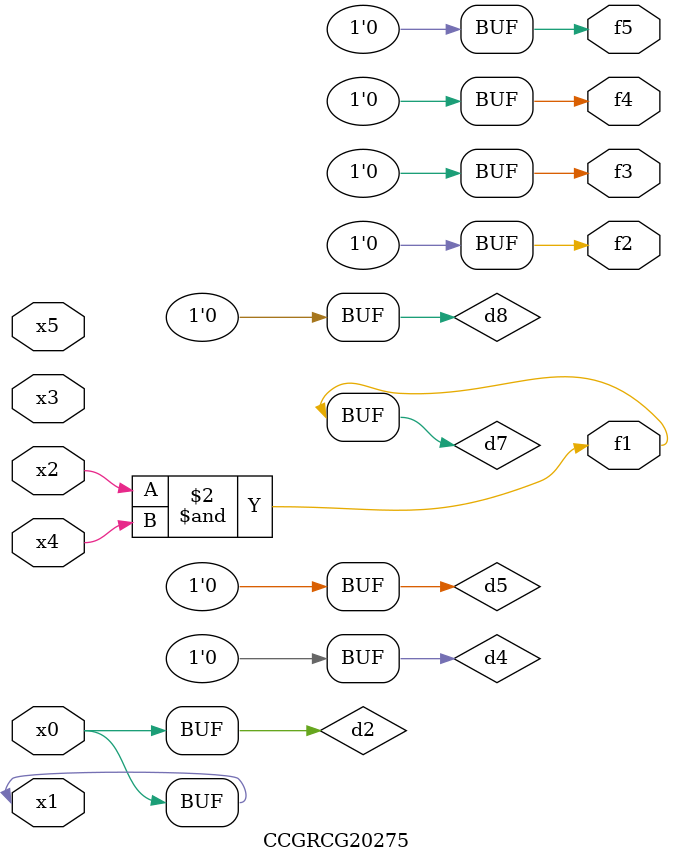
<source format=v>
module CCGRCG20275(
	input x0, x1, x2, x3, x4, x5,
	output f1, f2, f3, f4, f5
);

	wire d1, d2, d3, d4, d5, d6, d7, d8, d9;

	nand (d1, x1);
	buf (d2, x0, x1);
	nand (d3, x2, x4);
	and (d4, d1, d2);
	and (d5, d1, d2);
	nand (d6, d1, d3);
	not (d7, d3);
	xor (d8, d5);
	nor (d9, d5, d6);
	assign f1 = d7;
	assign f2 = d8;
	assign f3 = d8;
	assign f4 = d8;
	assign f5 = d8;
endmodule

</source>
